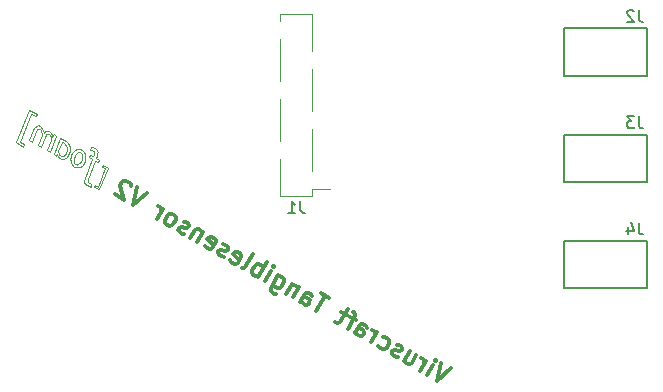
<source format=gbr>
G04 #@! TF.FileFunction,Legend,Bot*
%FSLAX46Y46*%
G04 Gerber Fmt 4.6, Leading zero omitted, Abs format (unit mm)*
G04 Created by KiCad (PCBNEW 4.0.7-e2-6376~58~ubuntu14.04.1) date Sat Jul 14 10:26:38 2018*
%MOMM*%
%LPD*%
G01*
G04 APERTURE LIST*
%ADD10C,0.100000*%
%ADD11C,0.300000*%
%ADD12C,0.150000*%
%ADD13C,0.120000*%
G04 APERTURE END LIST*
D10*
D11*
X89969909Y-124802193D02*
X88786896Y-125851231D01*
X89103883Y-124302193D01*
X87920871Y-125351231D02*
X88420871Y-124485205D01*
X88670871Y-124052193D02*
X88697015Y-124149766D01*
X88599442Y-124175911D01*
X88573298Y-124078338D01*
X88670871Y-124052193D01*
X88599442Y-124175911D01*
X87302281Y-124994088D02*
X87802281Y-124128062D01*
X87659423Y-124375499D02*
X87668993Y-124216067D01*
X87642848Y-124118493D01*
X87554845Y-123985205D01*
X87431127Y-123913777D01*
X86441384Y-123342348D02*
X85941384Y-124208374D01*
X86998115Y-123663777D02*
X86605257Y-124344226D01*
X86471970Y-124432230D01*
X86312538Y-124422659D01*
X86126961Y-124315517D01*
X86038957Y-124182230D01*
X86012813Y-124084656D01*
X85420368Y-123825087D02*
X85260936Y-123815517D01*
X85013499Y-123672659D01*
X84925496Y-123539372D01*
X84935066Y-123379940D01*
X84970780Y-123318081D01*
X85104067Y-123230077D01*
X85263499Y-123239647D01*
X85449077Y-123346790D01*
X85608508Y-123356360D01*
X85741796Y-123268356D01*
X85777511Y-123206497D01*
X85787080Y-123047065D01*
X85699077Y-122913777D01*
X85513499Y-122806634D01*
X85354067Y-122797065D01*
X83750175Y-122860801D02*
X83838179Y-122994088D01*
X84085615Y-123136945D01*
X84245047Y-123146515D01*
X84342620Y-123120370D01*
X84475908Y-123032367D01*
X84690194Y-122661213D01*
X84699763Y-122501781D01*
X84673619Y-122404208D01*
X84585615Y-122270919D01*
X84338179Y-122128062D01*
X84178747Y-122118493D01*
X83157731Y-122601231D02*
X83657731Y-121735205D01*
X83514873Y-121982642D02*
X83524443Y-121823210D01*
X83498299Y-121725636D01*
X83410295Y-121592348D01*
X83286577Y-121520920D01*
X81796834Y-121815517D02*
X82189691Y-121135068D01*
X82322979Y-121047065D01*
X82482411Y-121056634D01*
X82729847Y-121199491D01*
X82817850Y-121332779D01*
X81832548Y-121753658D02*
X81920552Y-121886945D01*
X82229847Y-122065517D01*
X82389279Y-122075087D01*
X82522567Y-121987083D01*
X82593995Y-121863366D01*
X82603565Y-121703933D01*
X82515561Y-121570646D01*
X82206266Y-121392074D01*
X82118263Y-121258786D01*
X81863822Y-120699491D02*
X81368950Y-120413777D01*
X81178244Y-121458374D02*
X81821101Y-120344913D01*
X81830671Y-120185481D01*
X81742667Y-120052193D01*
X81618950Y-119980764D01*
X81121514Y-120270920D02*
X80626642Y-119985205D01*
X81185937Y-119730764D02*
X80543079Y-120844226D01*
X80409792Y-120932230D01*
X80250360Y-120922659D01*
X80126642Y-120851231D01*
X79639463Y-118837907D02*
X78897156Y-118409336D01*
X78518309Y-119922659D02*
X79268309Y-118623621D01*
X77157412Y-119136945D02*
X77550269Y-118456497D01*
X77683557Y-118368494D01*
X77842989Y-118378063D01*
X78090425Y-118520920D01*
X78178428Y-118654208D01*
X77193126Y-119075087D02*
X77281130Y-119208374D01*
X77590425Y-119386945D01*
X77749857Y-119396515D01*
X77883145Y-119308512D01*
X77954573Y-119184794D01*
X77964143Y-119025361D01*
X77876139Y-118892074D01*
X77566844Y-118713503D01*
X77478841Y-118580215D01*
X77038823Y-117913777D02*
X76538823Y-118779802D01*
X76967394Y-118037495D02*
X76941250Y-117939922D01*
X76853245Y-117806634D01*
X76667669Y-117699491D01*
X76508237Y-117689922D01*
X76374949Y-117777925D01*
X75982092Y-118458374D01*
X75306772Y-116913777D02*
X74699629Y-117965379D01*
X74690060Y-118124812D01*
X74716203Y-118222385D01*
X74804207Y-118355672D01*
X74989784Y-118462815D01*
X75149216Y-118472385D01*
X74842486Y-117717944D02*
X74930489Y-117851231D01*
X75177925Y-117994088D01*
X75337358Y-118003658D01*
X75434931Y-117977513D01*
X75568219Y-117889510D01*
X75782504Y-117518356D01*
X75792073Y-117358924D01*
X75765929Y-117261351D01*
X75677925Y-117128062D01*
X75430489Y-116985205D01*
X75271057Y-116975636D01*
X74188182Y-117422659D02*
X74688182Y-116556634D01*
X74938182Y-116123621D02*
X74964327Y-116221195D01*
X74866753Y-116247340D01*
X74840609Y-116149766D01*
X74938182Y-116123621D01*
X74866753Y-116247340D01*
X73569592Y-117065516D02*
X74319592Y-115766478D01*
X74033878Y-116261350D02*
X73945874Y-116128062D01*
X73698439Y-115985205D01*
X73539006Y-115975636D01*
X73441433Y-116001781D01*
X73308145Y-116089784D01*
X73093859Y-116460938D01*
X73084290Y-116620370D01*
X73110435Y-116717944D01*
X73198439Y-116851231D01*
X73445874Y-116994088D01*
X73605306Y-117003658D01*
X72208695Y-116279802D02*
X72368127Y-116289372D01*
X72501414Y-116201368D01*
X73144272Y-115087907D01*
X71254666Y-115646515D02*
X71342670Y-115779802D01*
X71590106Y-115922659D01*
X71749537Y-115932229D01*
X71882825Y-115844226D01*
X72168540Y-115349354D01*
X72178109Y-115189922D01*
X72090106Y-115056634D01*
X71842670Y-114913777D01*
X71683238Y-114904208D01*
X71549950Y-114992211D01*
X71478521Y-115115929D01*
X72025683Y-115596790D01*
X70697936Y-115325087D02*
X70538504Y-115315517D01*
X70291068Y-115172659D01*
X70203064Y-115039372D01*
X70212634Y-114879940D01*
X70248348Y-114818081D01*
X70381635Y-114730077D01*
X70541068Y-114739647D01*
X70726645Y-114846790D01*
X70886076Y-114856360D01*
X71019364Y-114768356D01*
X71055079Y-114706497D01*
X71064648Y-114547065D01*
X70976645Y-114413777D01*
X70791068Y-114306634D01*
X70631635Y-114297065D01*
X69089603Y-114396515D02*
X69177607Y-114529802D01*
X69425042Y-114672659D01*
X69584474Y-114682229D01*
X69717762Y-114594226D01*
X70003476Y-114099354D01*
X70013045Y-113939922D01*
X69925042Y-113806634D01*
X69677607Y-113663777D01*
X69518174Y-113654208D01*
X69384886Y-113742211D01*
X69313458Y-113865929D01*
X69860619Y-114346790D01*
X68935299Y-113235205D02*
X68435299Y-114101231D01*
X68863870Y-113358924D02*
X68837726Y-113261351D01*
X68749722Y-113128062D01*
X68564146Y-113020920D01*
X68404713Y-113011351D01*
X68271425Y-113099354D01*
X67878568Y-113779802D01*
X67357552Y-113396515D02*
X67198120Y-113386945D01*
X66950684Y-113244088D01*
X66862680Y-113110801D01*
X66872250Y-112951369D01*
X66907964Y-112889510D01*
X67041251Y-112801506D01*
X67200684Y-112811075D01*
X67386261Y-112918218D01*
X67545693Y-112927788D01*
X67678980Y-112839785D01*
X67714695Y-112777925D01*
X67724264Y-112618493D01*
X67636261Y-112485205D01*
X67450684Y-112378062D01*
X67291251Y-112368493D01*
X66022799Y-112708373D02*
X66182232Y-112717944D01*
X66279805Y-112691798D01*
X66413092Y-112603795D01*
X66627378Y-112232642D01*
X66636947Y-112073209D01*
X66610803Y-111975636D01*
X66522799Y-111842348D01*
X66337223Y-111735205D01*
X66177790Y-111725636D01*
X66080217Y-111751781D01*
X65946929Y-111839784D01*
X65732643Y-112210938D01*
X65723074Y-112370370D01*
X65749219Y-112467944D01*
X65837223Y-112601231D01*
X66022799Y-112708373D01*
X65033056Y-112136945D02*
X65533056Y-111270919D01*
X65390198Y-111518356D02*
X65399768Y-111358924D01*
X65373624Y-111261350D01*
X65285620Y-111128062D01*
X65161902Y-111056634D01*
X64174724Y-109909336D02*
X62991711Y-110958374D01*
X63308698Y-109409336D01*
X62866116Y-109318769D02*
X62839971Y-109221195D01*
X62751968Y-109087907D01*
X62442673Y-108909336D01*
X62283241Y-108899766D01*
X62185667Y-108925911D01*
X62052380Y-109013915D01*
X61980951Y-109137633D01*
X61935667Y-109358924D01*
X62249403Y-110529802D01*
X61445237Y-110065517D01*
D10*
X56527664Y-105106680D02*
X56289031Y-104968905D01*
X56193054Y-105207503D02*
X56143013Y-105038534D01*
X56289031Y-104968905D02*
X56193054Y-105207503D01*
X54627556Y-104452884D02*
X54569603Y-104572342D01*
X53454631Y-105593389D02*
X54399373Y-103252409D01*
X56289031Y-104968905D02*
X56289031Y-104968905D01*
X54859194Y-104240695D02*
X54733700Y-104316457D01*
X54994362Y-104226196D02*
X54859194Y-104240695D01*
X55129167Y-104273207D02*
X54994362Y-104226196D01*
X55239196Y-104360611D02*
X55129167Y-104273207D01*
X57583350Y-105845437D02*
X57478847Y-105687923D01*
X55977036Y-106476297D02*
X56527664Y-105106680D01*
X55738316Y-106338472D02*
X55977036Y-106476297D01*
X56087141Y-105470928D02*
X55738316Y-106338472D01*
X55327085Y-104483003D02*
X55239196Y-104360611D01*
X55392939Y-104640443D02*
X55327085Y-104483003D01*
X56143013Y-105038534D02*
X56075755Y-104899729D01*
X56075755Y-104899729D02*
X55991366Y-104790996D01*
X54763130Y-103462423D02*
X54844073Y-103261566D01*
X54399373Y-103252409D02*
X54763130Y-103462423D01*
X54733700Y-104316457D02*
X54627556Y-104452884D01*
X54844073Y-103261566D02*
X54247269Y-102917001D01*
X53816041Y-105802049D02*
X53454631Y-105593389D01*
X53730637Y-106006833D02*
X53816041Y-105802049D01*
X53138249Y-105664818D02*
X53730637Y-106006833D01*
X54247269Y-102917001D02*
X53138249Y-105664818D01*
X53730637Y-106006833D02*
X53730637Y-106006833D01*
X59939741Y-106277291D02*
X59872498Y-106207578D01*
X59872498Y-106207578D02*
X59784906Y-106146731D01*
X58869583Y-106486858D02*
X58780846Y-106380373D01*
X58968580Y-106765289D02*
X58932138Y-106615188D01*
X58932138Y-106615188D02*
X58869583Y-106486858D01*
X58695534Y-106701858D02*
X58705852Y-106813009D01*
X58905664Y-107252182D02*
X58956225Y-107088989D01*
X58956225Y-107088989D02*
X58977237Y-106926714D01*
X58667121Y-106610352D02*
X58695534Y-106701858D01*
X59701174Y-106619539D02*
X59678909Y-106686763D01*
X59945271Y-106786912D02*
X60003991Y-106592344D01*
X59720591Y-106479150D02*
X59722009Y-106515752D01*
X59690858Y-106419329D02*
X59720591Y-106479150D01*
X59715531Y-106562554D02*
X59701174Y-106619539D01*
X59722009Y-106515752D02*
X59715531Y-106562554D01*
X59390503Y-106277557D02*
X59533197Y-106325543D01*
X59622948Y-106365951D02*
X59690858Y-106419329D01*
X59533197Y-106325543D02*
X59622948Y-106365951D01*
X59466164Y-106038188D02*
X59390503Y-106277557D01*
X59712877Y-106114348D02*
X59606801Y-106080737D01*
X59784906Y-106146731D02*
X59712877Y-106114348D01*
X59494103Y-106046998D02*
X59466164Y-106038188D01*
X59606801Y-106080737D02*
X59494103Y-106046998D01*
X59544120Y-107056724D02*
X59544120Y-107056724D01*
X59870733Y-106991214D02*
X59945271Y-106786912D01*
X59620599Y-106846799D02*
X59340327Y-106684984D01*
X59340327Y-106684984D02*
X59263095Y-106894474D01*
X59678909Y-106686763D02*
X59620599Y-106846799D01*
X59263095Y-106894474D02*
X59544120Y-107056724D01*
X57719121Y-107075015D02*
X57726666Y-107236988D01*
X57742102Y-106910112D02*
X57719121Y-107075015D01*
X57997642Y-107070362D02*
X58022422Y-106950424D01*
X57992455Y-107187087D02*
X57997642Y-107070362D01*
X58005992Y-107293201D02*
X57992455Y-107187087D01*
X58022422Y-106950424D02*
X58066799Y-106827319D01*
X58665997Y-106295660D02*
X58559346Y-106246543D01*
X58345354Y-106222669D02*
X58238039Y-106247845D01*
X58452499Y-106222187D02*
X58345354Y-106222669D01*
X58559346Y-106246543D02*
X58452499Y-106222187D01*
X58228058Y-106568412D02*
X58337847Y-106485452D01*
X58395123Y-106463706D02*
X58450543Y-106456617D01*
X58705852Y-106813009D02*
X58672334Y-107055843D01*
X58977237Y-106926714D02*
X58968580Y-106765289D01*
X58672334Y-107055843D02*
X58566348Y-107300716D01*
X58665997Y-106295660D02*
X58665997Y-106295660D01*
X58780846Y-106380373D02*
X58665997Y-106295660D01*
X58620575Y-106538491D02*
X58667121Y-106610352D01*
X58555977Y-106486220D02*
X58555977Y-106486220D01*
X58504118Y-106464061D02*
X58555977Y-106486220D01*
X58555977Y-106486220D02*
X58620575Y-106538491D01*
X58450543Y-106456617D02*
X58504118Y-106464061D01*
X57795641Y-106742300D02*
X57742102Y-106910112D01*
X57955881Y-106458255D02*
X57879653Y-106571608D01*
X57879653Y-106571608D02*
X57795641Y-106742300D01*
X58066799Y-106827319D02*
X58130739Y-106701053D01*
X58130739Y-106701053D02*
X58228058Y-106568412D01*
X58041022Y-106366526D02*
X57955881Y-106458255D01*
X58135102Y-106296355D02*
X58041022Y-106366526D01*
X58238039Y-106247845D02*
X58135102Y-106296355D01*
X58337847Y-106485452D02*
X58395123Y-106463706D01*
X57009252Y-107056084D02*
X57106208Y-107051231D01*
X56916327Y-107038956D02*
X57009252Y-107056084D01*
X57617744Y-106561925D02*
X57665405Y-106381515D01*
X57391596Y-106915987D02*
X57532689Y-106741785D01*
X57665405Y-106381515D02*
X57675696Y-106200569D01*
X57106208Y-107051231D02*
X57207184Y-107024456D01*
X57395839Y-106075598D02*
X57396056Y-106329561D01*
X57675696Y-106200569D02*
X57648610Y-106019104D01*
X57359433Y-105949755D02*
X57395839Y-106075598D01*
X57648610Y-106019104D02*
X57583350Y-105845437D01*
X59183176Y-108887297D02*
X59217952Y-108770304D01*
X59207430Y-109030288D02*
X59178792Y-108969652D01*
X59178792Y-108969652D02*
X59183176Y-108887297D01*
X58944236Y-108705554D02*
X58894765Y-108895941D01*
X58894765Y-108895941D02*
X58901500Y-109045735D01*
X58967767Y-109165998D02*
X59096070Y-109267450D01*
X59096070Y-109267450D02*
X59247671Y-109343512D01*
X59270847Y-109081687D02*
X59207430Y-109030288D01*
X59421914Y-109410095D02*
X59495757Y-109171195D01*
X58901500Y-109045735D02*
X58967767Y-109165998D01*
X59362870Y-109124668D02*
X59270847Y-109081687D01*
X58364164Y-107503249D02*
X58306930Y-107524141D01*
X58306930Y-107524141D02*
X58252499Y-107531179D01*
X58252499Y-107531179D02*
X58200816Y-107524457D01*
X58200816Y-107524457D02*
X58151902Y-107503918D01*
X58353355Y-107782171D02*
X58460156Y-107757006D01*
X58562676Y-107707256D02*
X58657624Y-107633961D01*
X58566348Y-107300716D02*
X58473457Y-107424828D01*
X58473457Y-107424828D02*
X58364164Y-107503249D01*
X58460156Y-107757006D02*
X58562676Y-107707256D01*
X58245213Y-107781758D02*
X58353355Y-107782171D01*
X58657624Y-107633961D02*
X58745177Y-107536974D01*
X58745177Y-107536974D02*
X58825379Y-107416320D01*
X59777569Y-109266742D02*
X59722120Y-109400868D01*
X60859322Y-107796519D02*
X60462253Y-107567271D01*
X60118531Y-109629736D02*
X60859322Y-107796519D01*
X59722120Y-109400868D02*
X60118531Y-109629736D01*
X59247671Y-109343512D02*
X59421914Y-109410095D01*
X59217952Y-108770304D02*
X59793787Y-107200870D01*
X59793787Y-107200870D02*
X60070023Y-107360354D01*
X60070023Y-107360354D02*
X60149827Y-107152349D01*
X59495757Y-109171195D02*
X59362870Y-109124668D01*
X58085689Y-107451603D02*
X58037019Y-107381401D01*
X57911500Y-107620286D02*
X58024958Y-107704271D01*
X57823952Y-107514423D02*
X57911500Y-107620286D01*
X57762350Y-107386642D02*
X57823952Y-107514423D01*
X57726666Y-107236988D02*
X57762350Y-107386642D01*
X58024958Y-107704271D02*
X58135786Y-107755792D01*
X58037019Y-107381401D02*
X58005992Y-107293201D01*
X60013439Y-106443382D02*
X59986749Y-106355930D01*
X60003991Y-106592344D02*
X60013439Y-106443382D01*
X60149827Y-107152349D02*
X59870733Y-106991214D01*
X59986749Y-106355930D02*
X59939741Y-106277291D01*
X59544120Y-107056724D02*
X58944236Y-108705554D01*
X58135786Y-107755792D02*
X58245213Y-107781758D01*
X58825379Y-107416320D02*
X58905664Y-107252182D01*
X58151902Y-107503918D02*
X58085689Y-107451603D01*
X60462253Y-107567271D02*
X60462253Y-107567271D01*
X60406805Y-107701395D02*
X60650421Y-107842048D01*
X60018319Y-109405739D02*
X59777569Y-109266742D01*
X60650421Y-107842048D02*
X60018319Y-109405739D01*
X60462253Y-107567271D02*
X60406805Y-107701395D01*
X55436637Y-104832873D02*
X55392939Y-104640443D01*
X55298630Y-104866390D02*
X55314511Y-104928063D01*
X55262263Y-104748179D02*
X55298630Y-104866390D01*
X55654114Y-104671814D02*
X55543099Y-104727137D01*
X55543099Y-104727137D02*
X55436637Y-104832873D01*
X55314511Y-104928063D02*
X55324407Y-104975923D01*
X55324407Y-104975923D02*
X55328310Y-105010081D01*
X54966754Y-104495375D02*
X55029563Y-104485208D01*
X55196475Y-104610708D02*
X55228824Y-104667097D01*
X55163580Y-104566462D02*
X55196475Y-104610708D01*
X55095950Y-104508121D02*
X55163580Y-104566462D01*
X55029563Y-104485208D02*
X55095950Y-104508121D01*
X54907649Y-104538489D02*
X54966754Y-104495375D01*
X55228824Y-104667097D02*
X55262263Y-104748179D01*
X54452372Y-105596031D02*
X54813135Y-104698292D01*
X54813135Y-104698292D02*
X54852174Y-104614714D01*
X54852174Y-104614714D02*
X54907649Y-104538489D01*
X54213695Y-105458231D02*
X54452372Y-105596031D01*
X54569603Y-104572342D02*
X54213695Y-105458231D01*
X55214708Y-106036166D02*
X55563602Y-105171665D01*
X55328310Y-105010081D02*
X55326214Y-105030533D01*
X54975979Y-105898336D02*
X55214708Y-106036166D01*
X55326214Y-105030533D02*
X54975979Y-105898336D01*
X55874594Y-104957672D02*
X55962145Y-105052329D01*
X55769706Y-104666901D02*
X55654114Y-104671814D01*
X55889849Y-104712387D02*
X55769706Y-104666901D01*
X55991366Y-104790996D02*
X55889849Y-104712387D01*
X55802117Y-104931623D02*
X55874594Y-104957672D01*
X55962145Y-105052329D02*
X56034457Y-105226440D01*
X56034457Y-105226440D02*
X56062121Y-105321983D01*
X55615020Y-105060466D02*
X55672280Y-104983009D01*
X55563602Y-105171665D02*
X55615020Y-105060466D01*
X55672280Y-104983009D02*
X55734661Y-104940042D01*
X55734661Y-104940042D02*
X55802117Y-104931623D01*
X56831444Y-105287978D02*
X56282154Y-106652457D01*
X56683571Y-106454900D02*
X56676692Y-106420295D01*
X56677683Y-106400879D02*
X56995877Y-105608751D01*
X56677683Y-106400879D02*
X56677683Y-106400879D01*
X56088477Y-105444195D02*
X56087141Y-105470928D01*
X57207184Y-107024456D02*
X57391596Y-106915987D01*
X57396056Y-106329561D02*
X57310746Y-106561961D01*
X57532689Y-106741785D02*
X57617744Y-106561925D01*
X57033628Y-106791944D02*
X56973729Y-106797833D01*
X57095791Y-106771196D02*
X57033628Y-106791944D01*
X57212873Y-106690703D02*
X57095791Y-106771196D01*
X57310746Y-106561961D02*
X57212873Y-106690703D01*
X56819522Y-106733986D02*
X56782565Y-106691218D01*
X56827544Y-106999913D02*
X56916327Y-107038956D01*
X56679490Y-106857490D02*
X56827544Y-106999913D01*
X56860613Y-106764916D02*
X56819522Y-106733986D01*
X56916061Y-106788776D02*
X56860613Y-106764916D01*
X56973729Y-106797833D02*
X56916061Y-106788776D01*
X56584604Y-106632178D02*
X56679490Y-106857490D01*
X56581964Y-106638609D02*
X56584604Y-106632178D01*
X56520787Y-106790231D02*
X56581964Y-106638609D01*
X56282154Y-106652457D02*
X56520787Y-106790231D01*
X57151907Y-105421499D02*
X56989385Y-105340495D01*
X57335010Y-105546636D02*
X57151907Y-105421499D01*
X57197302Y-105736314D02*
X57293225Y-105836671D01*
X57478847Y-105687923D02*
X57335010Y-105546636D01*
X57071527Y-105648721D02*
X57197302Y-105736314D01*
X57293225Y-105836671D02*
X57359433Y-105949755D01*
X56721074Y-106569645D02*
X56698379Y-106504673D01*
X56676692Y-106420295D02*
X56677683Y-106400879D01*
X56698379Y-106504673D02*
X56683571Y-106454900D01*
X56749739Y-106636436D02*
X56721074Y-106569645D01*
X56782565Y-106691218D02*
X56749739Y-106636436D01*
X56062121Y-105321983D02*
X56080132Y-105394528D01*
X56831444Y-105287978D02*
X56831444Y-105287978D01*
X56989385Y-105340495D02*
X56831444Y-105287978D01*
X56995877Y-105608751D02*
X57071527Y-105648721D01*
X56080132Y-105394528D02*
X56088477Y-105444195D01*
D12*
X106500000Y-109000000D02*
X106500000Y-105000000D01*
X99500000Y-109000000D02*
X106500000Y-109000000D01*
X99500000Y-105000000D02*
X99500000Y-109000000D01*
X106500000Y-105000000D02*
X99500000Y-105000000D01*
X106500000Y-118000000D02*
X106500000Y-114000000D01*
X99500000Y-118000000D02*
X106500000Y-118000000D01*
X99500000Y-114000000D02*
X99500000Y-118000000D01*
X106500000Y-114000000D02*
X99500000Y-114000000D01*
X106500000Y-100000000D02*
X106500000Y-96000000D01*
X99500000Y-100000000D02*
X106500000Y-100000000D01*
X99500000Y-96000000D02*
X99500000Y-100000000D01*
X106500000Y-96000000D02*
X99500000Y-96000000D01*
D13*
X75495000Y-110180000D02*
X78155000Y-110180000D01*
X75495000Y-94820000D02*
X78155000Y-94820000D01*
X78155000Y-108090000D02*
X78155000Y-104530000D01*
X78155000Y-103010000D02*
X78155000Y-99450000D01*
X78155000Y-97930000D02*
X78155000Y-94820000D01*
X75495000Y-110180000D02*
X75495000Y-107070000D01*
X78155000Y-109610000D02*
X79675000Y-109610000D01*
X78155000Y-110180000D02*
X78155000Y-109610000D01*
X75495000Y-95390000D02*
X75495000Y-94820000D01*
X75495000Y-105550000D02*
X75495000Y-101990000D01*
X75495000Y-100470000D02*
X75495000Y-96910000D01*
D12*
X105833333Y-103452381D02*
X105833333Y-104166667D01*
X105880953Y-104309524D01*
X105976191Y-104404762D01*
X106119048Y-104452381D01*
X106214286Y-104452381D01*
X105452381Y-103452381D02*
X104833333Y-103452381D01*
X105166667Y-103833333D01*
X105023809Y-103833333D01*
X104928571Y-103880952D01*
X104880952Y-103928571D01*
X104833333Y-104023810D01*
X104833333Y-104261905D01*
X104880952Y-104357143D01*
X104928571Y-104404762D01*
X105023809Y-104452381D01*
X105309524Y-104452381D01*
X105404762Y-104404762D01*
X105452381Y-104357143D01*
X105833333Y-112452381D02*
X105833333Y-113166667D01*
X105880953Y-113309524D01*
X105976191Y-113404762D01*
X106119048Y-113452381D01*
X106214286Y-113452381D01*
X104928571Y-112785714D02*
X104928571Y-113452381D01*
X105166667Y-112404762D02*
X105404762Y-113119048D01*
X104785714Y-113119048D01*
X105833333Y-94452381D02*
X105833333Y-95166667D01*
X105880953Y-95309524D01*
X105976191Y-95404762D01*
X106119048Y-95452381D01*
X106214286Y-95452381D01*
X105404762Y-94547619D02*
X105357143Y-94500000D01*
X105261905Y-94452381D01*
X105023809Y-94452381D01*
X104928571Y-94500000D01*
X104880952Y-94547619D01*
X104833333Y-94642857D01*
X104833333Y-94738095D01*
X104880952Y-94880952D01*
X105452381Y-95452381D01*
X104833333Y-95452381D01*
X77158333Y-110632381D02*
X77158333Y-111346667D01*
X77205953Y-111489524D01*
X77301191Y-111584762D01*
X77444048Y-111632381D01*
X77539286Y-111632381D01*
X76158333Y-111632381D02*
X76729762Y-111632381D01*
X76444048Y-111632381D02*
X76444048Y-110632381D01*
X76539286Y-110775238D01*
X76634524Y-110870476D01*
X76729762Y-110918095D01*
M02*

</source>
